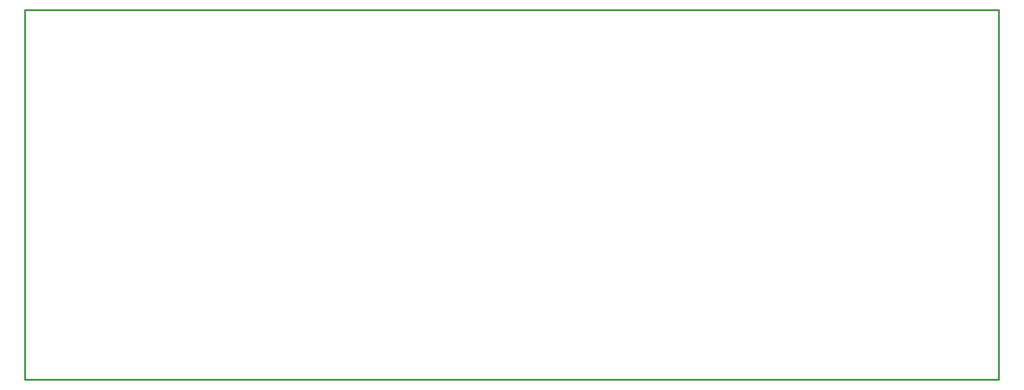
<source format=gm1>
G04*
G04 #@! TF.GenerationSoftware,Altium Limited,CircuitMaker,2.2.1 (2.2.1.6)*
G04*
G04 Layer_Color=16740166*
%FSLAX25Y25*%
%MOIN*%
G70*
G04*
G04 #@! TF.SameCoordinates,35D340AA-2A3D-450E-9165-5FFDE7E77ED7*
G04*
G04*
G04 #@! TF.FilePolarity,Positive*
G04*
G01*
G75*
%ADD10C,0.01181*%
D10*
X137795Y216535D02*
Y482283D01*
Y216535D02*
X836614D01*
Y482283D01*
X137795D02*
X836614D01*
X137795Y216535D02*
Y482283D01*
Y216535D02*
X836614D01*
Y482283D01*
X137795D02*
X836614D01*
M02*

</source>
